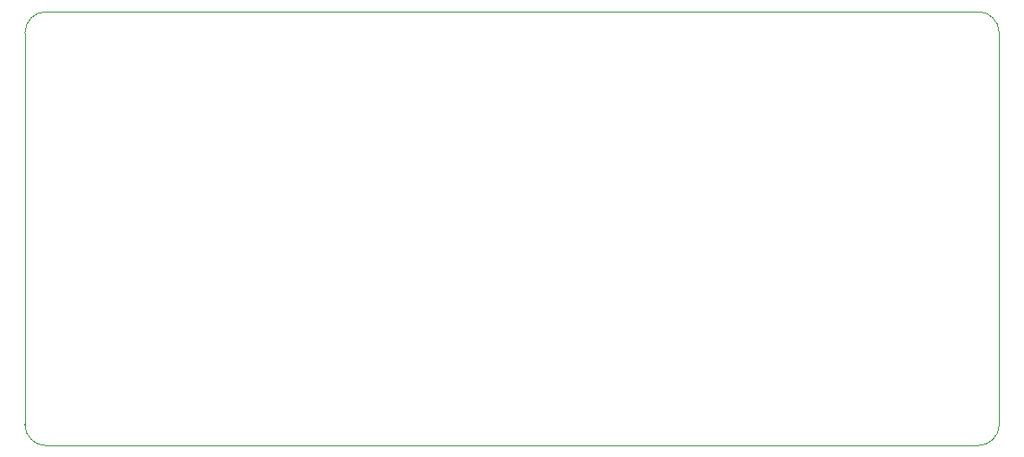
<source format=gbr>
%TF.GenerationSoftware,KiCad,Pcbnew,7.0.8-7.0.8~ubuntu22.04.1*%
%TF.CreationDate,2023-10-05T10:52:53-04:00*%
%TF.ProjectId,ladcp_interface_box,6c616463-705f-4696-9e74-657266616365,rev?*%
%TF.SameCoordinates,Original*%
%TF.FileFunction,Profile,NP*%
%FSLAX46Y46*%
G04 Gerber Fmt 4.6, Leading zero omitted, Abs format (unit mm)*
G04 Created by KiCad (PCBNEW 7.0.8-7.0.8~ubuntu22.04.1) date 2023-10-05 10:52:53*
%MOMM*%
%LPD*%
G01*
G04 APERTURE LIST*
%TA.AperFunction,Profile*%
%ADD10C,0.100000*%
%TD*%
G04 APERTURE END LIST*
D10*
X101000000Y-109000000D02*
G75*
G03*
X103000000Y-111000000I2000000J0D01*
G01*
X103000000Y-70000000D02*
X191000000Y-70000000D01*
X103000000Y-70000000D02*
G75*
G03*
X101000000Y-72000000I0J-2000000D01*
G01*
X193000000Y-72000000D02*
G75*
G03*
X191000000Y-70000000I-2000000J0D01*
G01*
X101000000Y-109000000D02*
X101000000Y-72000000D01*
X191000000Y-111000000D02*
G75*
G03*
X193000000Y-109000000I0J2000000D01*
G01*
X191000000Y-111000000D02*
X103000000Y-111000000D01*
X193000000Y-72000000D02*
X193000000Y-109000000D01*
M02*

</source>
